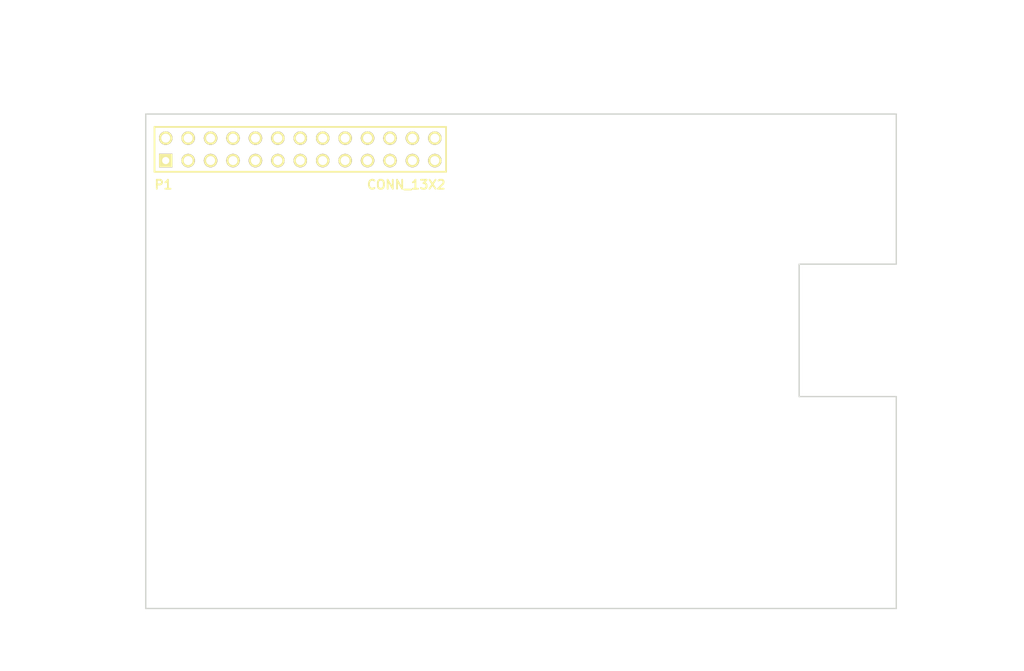
<source format=kicad_pcb>
(kicad_pcb (version 20221018) (generator pcbnew)
  (title_block (date "15 nov 2012"))
  (layers (0 "F.Cu" signal) (31 "B.Cu" signal) (34 "B.Paste" user) (35 "F.Paste" user) (36 "B.SilkS" user "B.Silkscreen") (37 "F.SilkS" user "F.Silkscreen") (38 "B.Mask" user) (39 "F.Mask" user) (44 "Edge.Cuts" user))
  (net 0 "")
  (net 1 "+3.3V")
  (net 2 "+5V")
  (net 3 "GND")
  (footprint "pin_array_13x2" (layer "F.Cu") (at 161 129)
    (fp_text reference "P1" (at -15.5 4) (layer "F.SilkS") (effects (font (size 1.016 1.016) (thickness 0.2032))))
    (fp_text value "CONN_13X2" (at 12 4) (layer "F.SilkS") (effects (font (size 1.016 1.016) (thickness 0.2032))))
    (fp_line (start -16.51 -2.54) (end -16.51 2.54) (stroke (width 0.2032)) (layer "F.SilkS"))
    (fp_line (start -16.51 2.54) (end 16.51 2.54) (stroke (width 0.2032)) (layer "F.SilkS"))
    (fp_line (start 16.51 -2.54) (end -16.51 -2.54) (stroke (width 0.2032)) (layer "F.SilkS"))
    (fp_line (start 16.51 2.54) (end 16.51 -2.54) (stroke (width 0.2032)) (layer "F.SilkS"))
    (pad "1" thru_hole rect (at -15.24 1.27) (size 1.524 1.524) (drill 0.8128) (layers "*.Cu" "*.Mask" "F.SilkS") (net 1 "+3.3V"))
    (pad "2" thru_hole circle (at -15.24 -1.27) (size 1.524 1.524) (drill 1.016) (layers "*.Cu" "*.Mask" "F.SilkS") (net 2 "+5V"))
    (pad "3" thru_hole circle (at -12.7 1.27) (size 1.524 1.524) (drill 1.016) (layers "*.Cu" "*.Mask" "F.SilkS"))
    (pad "4" thru_hole circle (at -12.7 -1.27) (size 1.524 1.524) (drill 1.016) (layers "*.Cu" "*.Mask" "F.SilkS"))
    (pad "5" thru_hole circle (at -10.16 1.27) (size 1.524 1.524) (drill 1.016) (layers "*.Cu" "*.Mask" "F.SilkS"))
    (pad "6" thru_hole circle (at -10.16 -1.27) (size 1.524 1.524) (drill 1.016) (layers "*.Cu" "*.Mask" "F.SilkS") (net 3 "GND"))
    (pad "7" thru_hole circle (at -7.62 1.27) (size 1.524 1.524) (drill 1.016) (layers "*.Cu" "*.Mask" "F.SilkS"))
    (pad "8" thru_hole circle (at -7.62 -1.27) (size 1.524 1.524) (drill 1.016) (layers "*.Cu" "*.Mask" "F.SilkS"))
    (pad "9" thru_hole circle (at -5.08 1.27) (size 1.524 1.524) (drill 1.016) (layers "*.Cu" "*.Mask" "F.SilkS"))
    (pad "10" thru_hole circle (at -5.08 -1.27) (size 1.524 1.524) (drill 1.016) (layers "*.Cu" "*.Mask" "F.SilkS"))
    (pad "11" thru_hole circle (at -2.54 1.27) (size 1.524 1.524) (drill 1.016) (layers "*.Cu" "*.Mask" "F.SilkS"))
    (pad "12" thru_hole circle (at -2.54 -1.27) (size 1.524 1.524) (drill 1.016) (layers "*.Cu" "*.Mask" "F.SilkS"))
    (pad "13" thru_hole circle (at 0 1.27) (size 1.524 1.524) (drill 1.016) (layers "*.Cu" "*.Mask" "F.SilkS"))
    (pad "14" thru_hole circle (at 0 -1.27) (size 1.524 1.524) (drill 1.016) (layers "*.Cu" "*.Mask" "F.SilkS"))
    (pad "15" thru_hole circle (at 2.54 1.27) (size 1.524 1.524) (drill 1.016) (layers "*.Cu" "*.Mask" "F.SilkS"))
    (pad "16" thru_hole circle (at 2.54 -1.27) (size 1.524 1.524) (drill 1.016) (layers "*.Cu" "*.Mask" "F.SilkS"))
    (pad "17" thru_hole circle (at 5.08 1.27) (size 1.524 1.524) (drill 1.016) (layers "*.Cu" "*.Mask" "F.SilkS"))
    (pad "18" thru_hole circle (at 5.08 -1.27) (size 1.524 1.524) (drill 1.016) (layers "*.Cu" "*.Mask" "F.SilkS"))
    (pad "19" thru_hole circle (at 7.62 1.27) (size 1.524 1.524) (drill 1.016) (layers "*.Cu" "*.Mask" "F.SilkS"))
    (pad "20" thru_hole circle (at 7.62 -1.27) (size 1.524 1.524) (drill 1.016) (layers "*.Cu" "*.Mask" "F.SilkS"))
    (pad "21" thru_hole circle (at 10.16 1.27) (size 1.524 1.524) (drill 1.016) (layers "*.Cu" "*.Mask" "F.SilkS"))
    (pad "22" thru_hole circle (at 10.16 -1.27) (size 1.524 1.524) (drill 1.016) (layers "*.Cu" "*.Mask" "F.SilkS"))
    (pad "23" thru_hole circle (at 12.7 1.27) (size 1.524 1.524) (drill 1.016) (layers "*.Cu" "*.Mask" "F.SilkS"))
    (pad "24" thru_hole circle (at 12.7 -1.27) (size 1.524 1.524) (drill 1.016) (layers "*.Cu" "*.Mask" "F.SilkS"))
    (pad "25" thru_hole circle (at 15.24 1.27) (size 1.524 1.524) (drill 1.016) (layers "*.Cu" "*.Mask" "F.SilkS"))
    (pad "26" thru_hole circle (at 15.24 -1.27) (size 1.524 1.524) (drill 1.016) (layers "*.Cu" "*.Mask" "F.SilkS"))
  )
  (gr_line (start 143.5 125) (end 143.5 181) (stroke (width 0.15)) (layer "Edge.Cuts"))
  (gr_line (start 143.5 181) (end 228.5 181) (stroke (width 0.15)) (layer "Edge.Cuts"))
  (gr_line (start 217.5 142) (end 228.5 142) (stroke (width 0.15)) (layer "Edge.Cuts"))
  (gr_line (start 228.5 157) (end 217.5 157) (stroke (width 0.15)) (layer "Edge.Cuts"))
  (gr_line (start 217.5 157) (end 217.5 142) (stroke (width 0.15)) (layer "Edge.Cuts"))
  (gr_line (start 228.5 125) (end 143.5 125) (stroke (width 0.15)) (layer "Edge.Cuts"))
  (gr_line (start 228.5 181) (end 228.5 157) (stroke (width 0.15)) (layer "Edge.Cuts"))
  (gr_line (start 228.5 142) (end 228.5 125) (stroke (width 0.15)) (layer "Edge.Cuts"))
)
</source>
